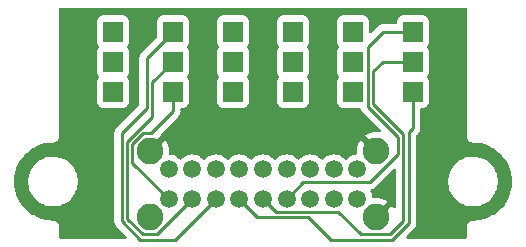
<source format=gbr>
%TF.GenerationSoftware,KiCad,Pcbnew,(6.0.0)*%
%TF.CreationDate,2022-01-24T18:04:17-05:00*%
%TF.ProjectId,3do switch,33646f20-7377-4697-9463-682e6b696361,rev?*%
%TF.SameCoordinates,Original*%
%TF.FileFunction,Copper,L2,Bot*%
%TF.FilePolarity,Positive*%
%FSLAX46Y46*%
G04 Gerber Fmt 4.6, Leading zero omitted, Abs format (unit mm)*
G04 Created by KiCad (PCBNEW (6.0.0)) date 2022-01-24 18:04:17*
%MOMM*%
%LPD*%
G01*
G04 APERTURE LIST*
%TA.AperFunction,ComponentPad*%
%ADD10R,1.700000X1.700000*%
%TD*%
%TA.AperFunction,ComponentPad*%
%ADD11C,1.500000*%
%TD*%
%TA.AperFunction,ComponentPad*%
%ADD12C,2.250000*%
%TD*%
%TA.AperFunction,Conductor*%
%ADD13C,0.250000*%
%TD*%
G04 APERTURE END LIST*
D10*
%TO.P,J7,1,Pin_1*%
%TO.N,Net-(J7-Pad1)*%
X152400000Y-91440000D03*
%TD*%
%TO.P,J2,1,Pin_1*%
%TO.N,Net-(J2-Pad1)*%
X137160000Y-88900000D03*
%TD*%
%TO.P,J18,1,Pin_1*%
%TO.N,Net-(J18-Pad1)*%
X157480000Y-86360000D03*
%TD*%
%TO.P,J8,1,Pin_1*%
%TO.N,Net-(J8-Pad1)*%
X152400000Y-88900000D03*
%TD*%
%TO.P,J10,1,Pin_1*%
%TO.N,Net-(J10-Pad1)*%
X142240000Y-91440000D03*
%TD*%
%TO.P,J6,1,Pin_1*%
%TO.N,Net-(J6-Pad1)*%
X147320000Y-86360000D03*
%TD*%
%TO.P,J3,1,Pin_1*%
%TO.N,Net-(J3-Pad1)*%
X137160000Y-86360000D03*
%TD*%
%TO.P,J9,1,Pin_1*%
%TO.N,Net-(J9-Pad1)*%
X152400000Y-86360000D03*
%TD*%
%TO.P,J15,1,Pin_1*%
%TO.N,Net-(J15-Pad1)*%
X162560000Y-86360000D03*
%TD*%
%TO.P,J16,1,Pin_1*%
%TO.N,Net-(J16-Pad1)*%
X157480000Y-91440000D03*
%TD*%
%TO.P,J17,1,Pin_1*%
%TO.N,Net-(J17-Pad1)*%
X157480000Y-88900000D03*
%TD*%
%TO.P,J5,1,Pin_1*%
%TO.N,Net-(J5-Pad1)*%
X147320000Y-88900000D03*
%TD*%
%TO.P,J1,1,Pin_1*%
%TO.N,Net-(J1-Pad1)*%
X137160000Y-91440000D03*
%TD*%
%TO.P,J14,1,Pin_1*%
%TO.N,Net-(J14-Pad1)*%
X162560000Y-88900000D03*
%TD*%
D11*
%TO.P,S1,1,NC_1*%
%TO.N,Net-(J1-Pad1)*%
X141860000Y-98030000D03*
%TO.P,S1,2,COM_1*%
%TO.N,Net-(J2-Pad1)*%
X143860000Y-98030000D03*
%TO.P,S1,3,NO_1*%
%TO.N,Net-(J3-Pad1)*%
X145860000Y-98030000D03*
%TO.P,S1,4,NC_2*%
%TO.N,Net-(J4-Pad1)*%
X147860000Y-98030000D03*
%TO.P,S1,5,COM_2*%
%TO.N,Net-(J5-Pad1)*%
X149860000Y-98030000D03*
%TO.P,S1,6,NO_2*%
%TO.N,Net-(J6-Pad1)*%
X151860000Y-98030000D03*
%TO.P,S1,7,NC_3*%
%TO.N,Net-(J7-Pad1)*%
X153860000Y-98030000D03*
%TO.P,S1,8,COM_3*%
%TO.N,Net-(J8-Pad1)*%
X155860000Y-98030000D03*
%TO.P,S1,9,NO_3*%
%TO.N,Net-(J9-Pad1)*%
X157860000Y-98030000D03*
%TO.P,S1,10,NC_4*%
%TO.N,Net-(J10-Pad1)*%
X141860000Y-100530000D03*
%TO.P,S1,11,COM_4*%
%TO.N,Net-(J11-Pad1)*%
X143860000Y-100530000D03*
%TO.P,S1,12,NO_4*%
%TO.N,Net-(J12-Pad1)*%
X145860000Y-100530000D03*
%TO.P,S1,13,NC_5*%
%TO.N,Net-(J13-Pad1)*%
X147860000Y-100530000D03*
%TO.P,S1,14,COM_5*%
%TO.N,Net-(J14-Pad1)*%
X149860000Y-100530000D03*
%TO.P,S1,15,NO_5*%
%TO.N,Net-(J15-Pad1)*%
X151860000Y-100530000D03*
%TO.P,S1,16,NC_6*%
%TO.N,Net-(J16-Pad1)*%
X153860000Y-100530000D03*
%TO.P,S1,17,COM_6*%
%TO.N,Net-(J17-Pad1)*%
X155860000Y-100530000D03*
%TO.P,S1,18,NO_6*%
%TO.N,Net-(J18-Pad1)*%
X157860000Y-100530000D03*
D12*
%TO.P,S1,MH1,MH1*%
%TO.N,GND*%
X140260000Y-96480000D03*
%TO.P,S1,MH2,MH2*%
X159460000Y-96480000D03*
%TO.P,S1,MH3,MH3*%
X140260000Y-102080000D03*
%TO.P,S1,MH4,MH4*%
X159460000Y-102080000D03*
%TD*%
D10*
%TO.P,J13,1,Pin_1*%
%TO.N,Net-(J13-Pad1)*%
X162560000Y-91440000D03*
%TD*%
%TO.P,J12,1,Pin_1*%
%TO.N,Net-(J12-Pad1)*%
X142240000Y-86360000D03*
%TD*%
%TO.P,J4,1,Pin_1*%
%TO.N,Net-(J4-Pad1)*%
X147320000Y-91440000D03*
%TD*%
%TO.P,J11,1,Pin_1*%
%TO.N,Net-(J11-Pad1)*%
X142240000Y-88900000D03*
%TD*%
D13*
%TO.N,Net-(J10-Pad1)*%
X138810489Y-97480489D02*
X138810489Y-95879592D01*
X138810489Y-95879592D02*
X139719481Y-94970600D01*
X141860000Y-100530000D02*
X138810489Y-97480489D01*
X142240000Y-93091000D02*
X140360400Y-94970600D01*
X142240000Y-91440000D02*
X142240000Y-93091000D01*
X139719481Y-94970600D02*
X140360400Y-94970600D01*
%TO.N,Net-(J11-Pad1)*%
X143860000Y-100530000D02*
X140860489Y-103529511D01*
X140480763Y-90659237D02*
X142240000Y-88900000D01*
X138360969Y-102230888D02*
X138360969Y-95693394D01*
X138360969Y-95693394D02*
X140480763Y-93573600D01*
X139659592Y-103529511D02*
X138360969Y-102230888D01*
X140860489Y-103529511D02*
X139659592Y-103529511D01*
X140480763Y-93573600D02*
X140480763Y-90659237D01*
%TO.N,Net-(J12-Pad1)*%
X142410969Y-103979031D02*
X139473394Y-103979031D01*
X139473394Y-103979031D02*
X137911449Y-102417086D01*
X145860000Y-100530000D02*
X142410969Y-103979031D01*
X137911449Y-102417086D02*
X137911449Y-94931394D01*
X140031243Y-92811600D02*
X140031243Y-88568757D01*
X137911449Y-94931394D02*
X140031243Y-92811600D01*
X140031243Y-88568757D02*
X142240000Y-86360000D01*
%TO.N,Net-(J13-Pad1)*%
X155595000Y-103979031D02*
X160816687Y-103979031D01*
X149384031Y-102054031D02*
X153670000Y-102054031D01*
X162560000Y-94506644D02*
X162560000Y-91440000D01*
X147860000Y-100530000D02*
X149384031Y-102054031D01*
X160816687Y-103979031D02*
X162189040Y-102606677D01*
X153670000Y-102054031D02*
X155595000Y-103979031D01*
X162189040Y-102606677D02*
X162189040Y-94877604D01*
X162189040Y-94877604D02*
X162560000Y-94506644D01*
%TO.N,Net-(J14-Pad1)*%
X160630489Y-103529511D02*
X161739520Y-102420480D01*
X150934511Y-101604511D02*
X156205489Y-101604511D01*
X149860000Y-100530000D02*
X150934511Y-101604511D01*
X161739520Y-102420480D02*
X161739520Y-95063802D01*
X156205489Y-101604511D02*
X158130489Y-103529511D01*
X159199520Y-92523802D02*
X159199520Y-89720480D01*
X159199520Y-89720480D02*
X160020000Y-88900000D01*
X161739520Y-95063802D02*
X159199520Y-92523802D01*
X158130489Y-103529511D02*
X160630489Y-103529511D01*
X160020000Y-88900000D02*
X162560000Y-88900000D01*
%TO.N,Net-(J15-Pad1)*%
X161290000Y-96699919D02*
X161290000Y-95250000D01*
X151860000Y-100530000D02*
X153285489Y-99104511D01*
X161290000Y-95250000D02*
X158750000Y-92710000D01*
X160020000Y-86360000D02*
X162560000Y-86360000D01*
X158750000Y-87630000D02*
X160020000Y-86360000D01*
X158885408Y-99104511D02*
X161290000Y-96699919D01*
X153285489Y-99104511D02*
X158885408Y-99104511D01*
X158750000Y-92710000D02*
X158750000Y-87630000D01*
%TD*%
%TA.AperFunction,Conductor*%
%TO.N,GND*%
G36*
X167074121Y-84348002D02*
G01*
X167120614Y-84401658D01*
X167132000Y-84454000D01*
X167132000Y-95241298D01*
X167131998Y-95242068D01*
X167131524Y-95319652D01*
X167133990Y-95328281D01*
X167133991Y-95328286D01*
X167139639Y-95348048D01*
X167143217Y-95364809D01*
X167146130Y-95385152D01*
X167146133Y-95385162D01*
X167147405Y-95394045D01*
X167158021Y-95417395D01*
X167164464Y-95434907D01*
X167171512Y-95459565D01*
X167187274Y-95484548D01*
X167195404Y-95499614D01*
X167207633Y-95526510D01*
X167224374Y-95545939D01*
X167235479Y-95560947D01*
X167249160Y-95582631D01*
X167260738Y-95592856D01*
X167271296Y-95602181D01*
X167283340Y-95614373D01*
X167302619Y-95636747D01*
X167310147Y-95641626D01*
X167310150Y-95641629D01*
X167324139Y-95650696D01*
X167339013Y-95661986D01*
X167358228Y-95678956D01*
X167366354Y-95682771D01*
X167366355Y-95682772D01*
X167372021Y-95685432D01*
X167384966Y-95691510D01*
X167399935Y-95699824D01*
X167424727Y-95715893D01*
X167433327Y-95718465D01*
X167449290Y-95723239D01*
X167466736Y-95729901D01*
X167489948Y-95740799D01*
X167519130Y-95745343D01*
X167535849Y-95749126D01*
X167555536Y-95755014D01*
X167555539Y-95755015D01*
X167564141Y-95757587D01*
X167573117Y-95757642D01*
X167573118Y-95757642D01*
X167589785Y-95757744D01*
X167608398Y-95759242D01*
X167624857Y-95761805D01*
X167624861Y-95761805D01*
X167633730Y-95763186D01*
X167652411Y-95760743D01*
X167675342Y-95759852D01*
X167978557Y-95775743D01*
X167991666Y-95777121D01*
X168320002Y-95829124D01*
X168332903Y-95831866D01*
X168654002Y-95917904D01*
X168666536Y-95921976D01*
X168976878Y-96041106D01*
X168988926Y-96046470D01*
X169285120Y-96197388D01*
X169296542Y-96203983D01*
X169575333Y-96385032D01*
X169585990Y-96392775D01*
X169844348Y-96601989D01*
X169854139Y-96610806D01*
X170089194Y-96845861D01*
X170098011Y-96855652D01*
X170307225Y-97114010D01*
X170314966Y-97124665D01*
X170406959Y-97266321D01*
X170496017Y-97403458D01*
X170502612Y-97414880D01*
X170653530Y-97711074D01*
X170658893Y-97723121D01*
X170763220Y-97994898D01*
X170778022Y-98033459D01*
X170782096Y-98045998D01*
X170840971Y-98265722D01*
X170868134Y-98367098D01*
X170870876Y-98379998D01*
X170922879Y-98708331D01*
X170924257Y-98721448D01*
X170941654Y-99053406D01*
X170941654Y-99066594D01*
X170924257Y-99398552D01*
X170922879Y-99411669D01*
X170870876Y-99740002D01*
X170868134Y-99752902D01*
X170795719Y-100023163D01*
X170782098Y-100073997D01*
X170778024Y-100086536D01*
X170659757Y-100394630D01*
X170658894Y-100396878D01*
X170653530Y-100408926D01*
X170502612Y-100705120D01*
X170496017Y-100716542D01*
X170461908Y-100769066D01*
X170314968Y-100995333D01*
X170307225Y-101005990D01*
X170098011Y-101264348D01*
X170089194Y-101274139D01*
X169854139Y-101509194D01*
X169844348Y-101518011D01*
X169585990Y-101727225D01*
X169575335Y-101734966D01*
X169375962Y-101864441D01*
X169296542Y-101916017D01*
X169285120Y-101922612D01*
X168988926Y-102073530D01*
X168976879Y-102078893D01*
X168666536Y-102198024D01*
X168654002Y-102202096D01*
X168426171Y-102263143D01*
X168332902Y-102288134D01*
X168320002Y-102290876D01*
X168020460Y-102338319D01*
X167991669Y-102342879D01*
X167978555Y-102344257D01*
X167682667Y-102359764D01*
X167656688Y-102358436D01*
X167655144Y-102358195D01*
X167655140Y-102358195D01*
X167646270Y-102356814D01*
X167616985Y-102360644D01*
X167599890Y-102361705D01*
X167570348Y-102361524D01*
X167545689Y-102368572D01*
X167527410Y-102372357D01*
X167501984Y-102375682D01*
X167474947Y-102387578D01*
X167458833Y-102393396D01*
X167452791Y-102395122D01*
X167439066Y-102399045D01*
X167439065Y-102399046D01*
X167430435Y-102401512D01*
X167422843Y-102406302D01*
X167422841Y-102406303D01*
X167408753Y-102415192D01*
X167392265Y-102423959D01*
X167381959Y-102428494D01*
X167368793Y-102434287D01*
X167347095Y-102452526D01*
X167346186Y-102453290D01*
X167332358Y-102463393D01*
X167307369Y-102479160D01*
X167301426Y-102485890D01*
X167301425Y-102485890D01*
X167290389Y-102498385D01*
X167277030Y-102511422D01*
X167257404Y-102527920D01*
X167252433Y-102535388D01*
X167252431Y-102535390D01*
X167241040Y-102552503D01*
X167230596Y-102566090D01*
X167211044Y-102588228D01*
X167207231Y-102596350D01*
X167207228Y-102596354D01*
X167200146Y-102611438D01*
X167190982Y-102627702D01*
X167185817Y-102635462D01*
X167176772Y-102649051D01*
X167174095Y-102657618D01*
X167174094Y-102657621D01*
X167167966Y-102677236D01*
X167161753Y-102693213D01*
X167149201Y-102719948D01*
X167147820Y-102728815D01*
X167147820Y-102728816D01*
X167145256Y-102745284D01*
X167141023Y-102763474D01*
X167136801Y-102776989D01*
X167133378Y-102787945D01*
X167133214Y-102796913D01*
X167133213Y-102796916D01*
X167132736Y-102822948D01*
X167132547Y-102826911D01*
X167132000Y-102830423D01*
X167132000Y-102861955D01*
X167131979Y-102864263D01*
X167130711Y-102933435D01*
X167131748Y-102937238D01*
X167132000Y-102941305D01*
X167132000Y-103760000D01*
X167111998Y-103828121D01*
X167058342Y-103874614D01*
X167006000Y-103886000D01*
X162109813Y-103886000D01*
X162041692Y-103865998D01*
X161995199Y-103812342D01*
X161985095Y-103742068D01*
X162014589Y-103677488D01*
X162020717Y-103670905D01*
X162581294Y-103110327D01*
X162589578Y-103102789D01*
X162596058Y-103098677D01*
X162642699Y-103049009D01*
X162645453Y-103046168D01*
X162665175Y-103026446D01*
X162667652Y-103023253D01*
X162675357Y-103014232D01*
X162700199Y-102987777D01*
X162705626Y-102981998D01*
X162709447Y-102975048D01*
X162715386Y-102964245D01*
X162726242Y-102947718D01*
X162733797Y-102937979D01*
X162733798Y-102937977D01*
X162738654Y-102931717D01*
X162756214Y-102891137D01*
X162761431Y-102880489D01*
X162778915Y-102848686D01*
X162778916Y-102848684D01*
X162782735Y-102841737D01*
X162785658Y-102830355D01*
X162787773Y-102822115D01*
X162794177Y-102803411D01*
X162799073Y-102792097D01*
X162799073Y-102792096D01*
X162802221Y-102784822D01*
X162803460Y-102776999D01*
X162803463Y-102776989D01*
X162809139Y-102741153D01*
X162811545Y-102729533D01*
X162820568Y-102694388D01*
X162820568Y-102694387D01*
X162822540Y-102686707D01*
X162822540Y-102666453D01*
X162824091Y-102646742D01*
X162826020Y-102634563D01*
X162827260Y-102626734D01*
X162823099Y-102582715D01*
X162822540Y-102570858D01*
X162822540Y-99192703D01*
X165530743Y-99192703D01*
X165531302Y-99196947D01*
X165531302Y-99196951D01*
X165534210Y-99219036D01*
X165568268Y-99477734D01*
X165644129Y-99755036D01*
X165645813Y-99758984D01*
X165686460Y-99854278D01*
X165756923Y-100019476D01*
X165904561Y-100266161D01*
X166084313Y-100490528D01*
X166292851Y-100688423D01*
X166526317Y-100856186D01*
X166530112Y-100858195D01*
X166530113Y-100858196D01*
X166551869Y-100869715D01*
X166780392Y-100990712D01*
X167050373Y-101089511D01*
X167331264Y-101150755D01*
X167359841Y-101153004D01*
X167554282Y-101168307D01*
X167554291Y-101168307D01*
X167556739Y-101168500D01*
X167712271Y-101168500D01*
X167714407Y-101168354D01*
X167714418Y-101168354D01*
X167922548Y-101154165D01*
X167922554Y-101154164D01*
X167926825Y-101153873D01*
X167931020Y-101153004D01*
X167931022Y-101153004D01*
X168086481Y-101120810D01*
X168208342Y-101095574D01*
X168479343Y-100999607D01*
X168734812Y-100867750D01*
X168738313Y-100865289D01*
X168738317Y-100865287D01*
X168875225Y-100769066D01*
X168970023Y-100702441D01*
X169060255Y-100618592D01*
X169177479Y-100509661D01*
X169177481Y-100509658D01*
X169180622Y-100506740D01*
X169362713Y-100284268D01*
X169512927Y-100039142D01*
X169628483Y-99775898D01*
X169636851Y-99746524D01*
X169706068Y-99503534D01*
X169707244Y-99499406D01*
X169747751Y-99214784D01*
X169747845Y-99196951D01*
X169749235Y-98931583D01*
X169749235Y-98931576D01*
X169749257Y-98927297D01*
X169741037Y-98864856D01*
X169725909Y-98749949D01*
X169711732Y-98642266D01*
X169635871Y-98364964D01*
X169625295Y-98340170D01*
X169524763Y-98104476D01*
X169524761Y-98104472D01*
X169523077Y-98100524D01*
X169375439Y-97853839D01*
X169195687Y-97629472D01*
X168987149Y-97431577D01*
X168753683Y-97263814D01*
X168731843Y-97252250D01*
X168559724Y-97161118D01*
X168499608Y-97129288D01*
X168316421Y-97062251D01*
X168233658Y-97031964D01*
X168233656Y-97031963D01*
X168229627Y-97030489D01*
X167948736Y-96969245D01*
X167917685Y-96966801D01*
X167725718Y-96951693D01*
X167725709Y-96951693D01*
X167723261Y-96951500D01*
X167567729Y-96951500D01*
X167565593Y-96951646D01*
X167565582Y-96951646D01*
X167357452Y-96965835D01*
X167357446Y-96965836D01*
X167353175Y-96966127D01*
X167348980Y-96966996D01*
X167348978Y-96966996D01*
X167212417Y-96995276D01*
X167071658Y-97024426D01*
X166800657Y-97120393D01*
X166545188Y-97252250D01*
X166541687Y-97254711D01*
X166541683Y-97254713D01*
X166525167Y-97266321D01*
X166309977Y-97417559D01*
X166099378Y-97613260D01*
X165917287Y-97835732D01*
X165767073Y-98080858D01*
X165651517Y-98344102D01*
X165650342Y-98348229D01*
X165650341Y-98348230D01*
X165641292Y-98379998D01*
X165572756Y-98620594D01*
X165532249Y-98905216D01*
X165532227Y-98909505D01*
X165532226Y-98909512D01*
X165530765Y-99188417D01*
X165530743Y-99192703D01*
X162822540Y-99192703D01*
X162822540Y-95192198D01*
X162842542Y-95124077D01*
X162859445Y-95103103D01*
X162952247Y-95010301D01*
X162960537Y-95002757D01*
X162967018Y-94998644D01*
X163013659Y-94948976D01*
X163016413Y-94946135D01*
X163036135Y-94926413D01*
X163038612Y-94923220D01*
X163046317Y-94914199D01*
X163076586Y-94881965D01*
X163080407Y-94875015D01*
X163086346Y-94864212D01*
X163097202Y-94847685D01*
X163104757Y-94837946D01*
X163104758Y-94837944D01*
X163109614Y-94831684D01*
X163127174Y-94791104D01*
X163132391Y-94780456D01*
X163149875Y-94748653D01*
X163149876Y-94748651D01*
X163153695Y-94741704D01*
X163158733Y-94722081D01*
X163165137Y-94703378D01*
X163170033Y-94692064D01*
X163170033Y-94692063D01*
X163173181Y-94684789D01*
X163174420Y-94676966D01*
X163174423Y-94676956D01*
X163180099Y-94641120D01*
X163182505Y-94629500D01*
X163191528Y-94594355D01*
X163191528Y-94594354D01*
X163193500Y-94586674D01*
X163193500Y-94566420D01*
X163195051Y-94546709D01*
X163196980Y-94534530D01*
X163198220Y-94526701D01*
X163194059Y-94482682D01*
X163193500Y-94470825D01*
X163193500Y-92924500D01*
X163213502Y-92856379D01*
X163267158Y-92809886D01*
X163319500Y-92798500D01*
X163458134Y-92798500D01*
X163520316Y-92791745D01*
X163656705Y-92740615D01*
X163773261Y-92653261D01*
X163860615Y-92536705D01*
X163911745Y-92400316D01*
X163918500Y-92338134D01*
X163918500Y-90541866D01*
X163911745Y-90479684D01*
X163860615Y-90343295D01*
X163787370Y-90245564D01*
X163762522Y-90179059D01*
X163777575Y-90109676D01*
X163787370Y-90094435D01*
X163855229Y-90003891D01*
X163860615Y-89996705D01*
X163911745Y-89860316D01*
X163918500Y-89798134D01*
X163918500Y-88001866D01*
X163911745Y-87939684D01*
X163860615Y-87803295D01*
X163787370Y-87705564D01*
X163762522Y-87639059D01*
X163777575Y-87569676D01*
X163787370Y-87554435D01*
X163855229Y-87463891D01*
X163860615Y-87456705D01*
X163911745Y-87320316D01*
X163918500Y-87258134D01*
X163918500Y-85461866D01*
X163911745Y-85399684D01*
X163860615Y-85263295D01*
X163773261Y-85146739D01*
X163656705Y-85059385D01*
X163520316Y-85008255D01*
X163458134Y-85001500D01*
X161661866Y-85001500D01*
X161599684Y-85008255D01*
X161463295Y-85059385D01*
X161346739Y-85146739D01*
X161259385Y-85263295D01*
X161208255Y-85399684D01*
X161201500Y-85461866D01*
X161201500Y-85600500D01*
X161181498Y-85668621D01*
X161127842Y-85715114D01*
X161075500Y-85726500D01*
X160098767Y-85726500D01*
X160087584Y-85725973D01*
X160080091Y-85724298D01*
X160072165Y-85724547D01*
X160072164Y-85724547D01*
X160012014Y-85726438D01*
X160008055Y-85726500D01*
X159980144Y-85726500D01*
X159976210Y-85726997D01*
X159976209Y-85726997D01*
X159976144Y-85727005D01*
X159964307Y-85727938D01*
X159932490Y-85728938D01*
X159928029Y-85729078D01*
X159920110Y-85729327D01*
X159902454Y-85734456D01*
X159900658Y-85734978D01*
X159881306Y-85738986D01*
X159874235Y-85739880D01*
X159861203Y-85741526D01*
X159853834Y-85744443D01*
X159853832Y-85744444D01*
X159820097Y-85757800D01*
X159808869Y-85761645D01*
X159766407Y-85773982D01*
X159759585Y-85778016D01*
X159759579Y-85778019D01*
X159748968Y-85784294D01*
X159731218Y-85792990D01*
X159719756Y-85797528D01*
X159719751Y-85797531D01*
X159712383Y-85800448D01*
X159705968Y-85805109D01*
X159676625Y-85826427D01*
X159666707Y-85832943D01*
X159648019Y-85843995D01*
X159628637Y-85855458D01*
X159614313Y-85869782D01*
X159599281Y-85882621D01*
X159582893Y-85894528D01*
X159554712Y-85928593D01*
X159546722Y-85937373D01*
X159053595Y-86430500D01*
X158991283Y-86464526D01*
X158920468Y-86459461D01*
X158863632Y-86416914D01*
X158838821Y-86350394D01*
X158838500Y-86341405D01*
X158838500Y-85461866D01*
X158831745Y-85399684D01*
X158780615Y-85263295D01*
X158693261Y-85146739D01*
X158576705Y-85059385D01*
X158440316Y-85008255D01*
X158378134Y-85001500D01*
X156581866Y-85001500D01*
X156519684Y-85008255D01*
X156383295Y-85059385D01*
X156266739Y-85146739D01*
X156179385Y-85263295D01*
X156128255Y-85399684D01*
X156121500Y-85461866D01*
X156121500Y-87258134D01*
X156128255Y-87320316D01*
X156179385Y-87456705D01*
X156184771Y-87463891D01*
X156252630Y-87554435D01*
X156277478Y-87620941D01*
X156262425Y-87690324D01*
X156252632Y-87705562D01*
X156179385Y-87803295D01*
X156128255Y-87939684D01*
X156121500Y-88001866D01*
X156121500Y-89798134D01*
X156128255Y-89860316D01*
X156179385Y-89996705D01*
X156184771Y-90003891D01*
X156252630Y-90094435D01*
X156277478Y-90160941D01*
X156262425Y-90230324D01*
X156252632Y-90245562D01*
X156179385Y-90343295D01*
X156128255Y-90479684D01*
X156121500Y-90541866D01*
X156121500Y-92338134D01*
X156128255Y-92400316D01*
X156179385Y-92536705D01*
X156266739Y-92653261D01*
X156383295Y-92740615D01*
X156519684Y-92791745D01*
X156581866Y-92798500D01*
X158018064Y-92798500D01*
X158086185Y-92818502D01*
X158135217Y-92878118D01*
X158147805Y-92909913D01*
X158151649Y-92921142D01*
X158163982Y-92963593D01*
X158168015Y-92970412D01*
X158168017Y-92970417D01*
X158174293Y-92981028D01*
X158182988Y-92998776D01*
X158190448Y-93017617D01*
X158195110Y-93024033D01*
X158195110Y-93024034D01*
X158216436Y-93053387D01*
X158222952Y-93063307D01*
X158245458Y-93101362D01*
X158259779Y-93115683D01*
X158272619Y-93130716D01*
X158284528Y-93147107D01*
X158313446Y-93171030D01*
X158318605Y-93175298D01*
X158327384Y-93183288D01*
X159789480Y-94645384D01*
X159823506Y-94707696D01*
X159818441Y-94778511D01*
X159775894Y-94835347D01*
X159709374Y-94860158D01*
X159690499Y-94860091D01*
X159464930Y-94842338D01*
X159455070Y-94842338D01*
X159208687Y-94861729D01*
X159198940Y-94863272D01*
X158958627Y-94920967D01*
X158949242Y-94924016D01*
X158720915Y-95018592D01*
X158712121Y-95023073D01*
X158506072Y-95149340D01*
X158500810Y-95157401D01*
X158506817Y-95167607D01*
X159730115Y-96390905D01*
X159764141Y-96453217D01*
X159759076Y-96524032D01*
X159730115Y-96569095D01*
X159549095Y-96750115D01*
X159486783Y-96784141D01*
X159415968Y-96779076D01*
X159370905Y-96750115D01*
X158149066Y-95528276D01*
X158135529Y-95520884D01*
X158130260Y-95524570D01*
X158003073Y-95732121D01*
X157998592Y-95740915D01*
X157904016Y-95969242D01*
X157900967Y-95978627D01*
X157843272Y-96218940D01*
X157841729Y-96228687D01*
X157822338Y-96475070D01*
X157822338Y-96484930D01*
X157834819Y-96643518D01*
X157820223Y-96712998D01*
X157770380Y-96763558D01*
X157720190Y-96778925D01*
X157640629Y-96785885D01*
X157427924Y-96842880D01*
X157334562Y-96886415D01*
X157233334Y-96933618D01*
X157233329Y-96933621D01*
X157228347Y-96935944D01*
X157223840Y-96939100D01*
X157223838Y-96939101D01*
X157052473Y-97059092D01*
X157052470Y-97059094D01*
X157047962Y-97062251D01*
X156949095Y-97161118D01*
X156886783Y-97195144D01*
X156815968Y-97190079D01*
X156770905Y-97161118D01*
X156672038Y-97062251D01*
X156626678Y-97030489D01*
X156539212Y-96969245D01*
X156491654Y-96935944D01*
X156292076Y-96842880D01*
X156079371Y-96785885D01*
X155860000Y-96766693D01*
X155640629Y-96785885D01*
X155427924Y-96842880D01*
X155334562Y-96886415D01*
X155233334Y-96933618D01*
X155233329Y-96933621D01*
X155228347Y-96935944D01*
X155223840Y-96939100D01*
X155223838Y-96939101D01*
X155052473Y-97059092D01*
X155052470Y-97059094D01*
X155047962Y-97062251D01*
X154949095Y-97161118D01*
X154886783Y-97195144D01*
X154815968Y-97190079D01*
X154770905Y-97161118D01*
X154672038Y-97062251D01*
X154626678Y-97030489D01*
X154539212Y-96969245D01*
X154491654Y-96935944D01*
X154292076Y-96842880D01*
X154079371Y-96785885D01*
X153860000Y-96766693D01*
X153640629Y-96785885D01*
X153427924Y-96842880D01*
X153334562Y-96886415D01*
X153233334Y-96933618D01*
X153233329Y-96933621D01*
X153228347Y-96935944D01*
X153223840Y-96939100D01*
X153223838Y-96939101D01*
X153052473Y-97059092D01*
X153052470Y-97059094D01*
X153047962Y-97062251D01*
X152949095Y-97161118D01*
X152886783Y-97195144D01*
X152815968Y-97190079D01*
X152770905Y-97161118D01*
X152672038Y-97062251D01*
X152626678Y-97030489D01*
X152539212Y-96969245D01*
X152491654Y-96935944D01*
X152292076Y-96842880D01*
X152079371Y-96785885D01*
X151860000Y-96766693D01*
X151640629Y-96785885D01*
X151427924Y-96842880D01*
X151334562Y-96886415D01*
X151233334Y-96933618D01*
X151233329Y-96933621D01*
X151228347Y-96935944D01*
X151223840Y-96939100D01*
X151223838Y-96939101D01*
X151052473Y-97059092D01*
X151052470Y-97059094D01*
X151047962Y-97062251D01*
X150949095Y-97161118D01*
X150886783Y-97195144D01*
X150815968Y-97190079D01*
X150770905Y-97161118D01*
X150672038Y-97062251D01*
X150626678Y-97030489D01*
X150539212Y-96969245D01*
X150491654Y-96935944D01*
X150292076Y-96842880D01*
X150079371Y-96785885D01*
X149860000Y-96766693D01*
X149640629Y-96785885D01*
X149427924Y-96842880D01*
X149334562Y-96886415D01*
X149233334Y-96933618D01*
X149233329Y-96933621D01*
X149228347Y-96935944D01*
X149223840Y-96939100D01*
X149223838Y-96939101D01*
X149052473Y-97059092D01*
X149052470Y-97059094D01*
X149047962Y-97062251D01*
X148949095Y-97161118D01*
X148886783Y-97195144D01*
X148815968Y-97190079D01*
X148770905Y-97161118D01*
X148672038Y-97062251D01*
X148626678Y-97030489D01*
X148539212Y-96969245D01*
X148491654Y-96935944D01*
X148292076Y-96842880D01*
X148079371Y-96785885D01*
X147860000Y-96766693D01*
X147640629Y-96785885D01*
X147427924Y-96842880D01*
X147334562Y-96886415D01*
X147233334Y-96933618D01*
X147233329Y-96933621D01*
X147228347Y-96935944D01*
X147223840Y-96939100D01*
X147223838Y-96939101D01*
X147052473Y-97059092D01*
X147052470Y-97059094D01*
X147047962Y-97062251D01*
X146949095Y-97161118D01*
X146886783Y-97195144D01*
X146815968Y-97190079D01*
X146770905Y-97161118D01*
X146672038Y-97062251D01*
X146626678Y-97030489D01*
X146539212Y-96969245D01*
X146491654Y-96935944D01*
X146292076Y-96842880D01*
X146079371Y-96785885D01*
X145860000Y-96766693D01*
X145640629Y-96785885D01*
X145427924Y-96842880D01*
X145334562Y-96886415D01*
X145233334Y-96933618D01*
X145233329Y-96933621D01*
X145228347Y-96935944D01*
X145223840Y-96939100D01*
X145223838Y-96939101D01*
X145052473Y-97059092D01*
X145052470Y-97059094D01*
X145047962Y-97062251D01*
X144949095Y-97161118D01*
X144886783Y-97195144D01*
X144815968Y-97190079D01*
X144770905Y-97161118D01*
X144672038Y-97062251D01*
X144626678Y-97030489D01*
X144539212Y-96969245D01*
X144491654Y-96935944D01*
X144292076Y-96842880D01*
X144079371Y-96785885D01*
X143860000Y-96766693D01*
X143640629Y-96785885D01*
X143427924Y-96842880D01*
X143334562Y-96886415D01*
X143233334Y-96933618D01*
X143233329Y-96933621D01*
X143228347Y-96935944D01*
X143223840Y-96939100D01*
X143223838Y-96939101D01*
X143052473Y-97059092D01*
X143052470Y-97059094D01*
X143047962Y-97062251D01*
X142949095Y-97161118D01*
X142886783Y-97195144D01*
X142815968Y-97190079D01*
X142770905Y-97161118D01*
X142672038Y-97062251D01*
X142626678Y-97030489D01*
X142539212Y-96969245D01*
X142491654Y-96935944D01*
X142292076Y-96842880D01*
X142079371Y-96785885D01*
X141999811Y-96778925D01*
X141933694Y-96753062D01*
X141892054Y-96695559D01*
X141885181Y-96643518D01*
X141897662Y-96484930D01*
X141897662Y-96475070D01*
X141878271Y-96228687D01*
X141876728Y-96218940D01*
X141819033Y-95978627D01*
X141815984Y-95969242D01*
X141721408Y-95740915D01*
X141716927Y-95732121D01*
X141590660Y-95526072D01*
X141582599Y-95520810D01*
X141572393Y-95526817D01*
X140349095Y-96750115D01*
X140286783Y-96784141D01*
X140215968Y-96779076D01*
X140170905Y-96750115D01*
X139989885Y-96569095D01*
X139955859Y-96506783D01*
X139960924Y-96435968D01*
X139989885Y-96390905D01*
X141211724Y-95169066D01*
X141219116Y-95155529D01*
X141218883Y-95155196D01*
X141196223Y-95087913D01*
X141213536Y-95019060D01*
X141233031Y-94993873D01*
X141735018Y-94491887D01*
X142632253Y-93594652D01*
X142640539Y-93587112D01*
X142647018Y-93583000D01*
X142693644Y-93533348D01*
X142696398Y-93530507D01*
X142716135Y-93510770D01*
X142718615Y-93507573D01*
X142726320Y-93498551D01*
X142751159Y-93472100D01*
X142756586Y-93466321D01*
X142760405Y-93459375D01*
X142760407Y-93459372D01*
X142766348Y-93448566D01*
X142777199Y-93432047D01*
X142784758Y-93422301D01*
X142789614Y-93416041D01*
X142792759Y-93408772D01*
X142792762Y-93408768D01*
X142807174Y-93375463D01*
X142812391Y-93364813D01*
X142833695Y-93326060D01*
X142838733Y-93306437D01*
X142845137Y-93287734D01*
X142850033Y-93276420D01*
X142850033Y-93276419D01*
X142853181Y-93269145D01*
X142854420Y-93261322D01*
X142854423Y-93261312D01*
X142860099Y-93225476D01*
X142862505Y-93213856D01*
X142871528Y-93178711D01*
X142871528Y-93178710D01*
X142873500Y-93171030D01*
X142873500Y-93150776D01*
X142875051Y-93131065D01*
X142876980Y-93118886D01*
X142878220Y-93111057D01*
X142874059Y-93067038D01*
X142873500Y-93055181D01*
X142873500Y-92924500D01*
X142893502Y-92856379D01*
X142947158Y-92809886D01*
X142999500Y-92798500D01*
X143138134Y-92798500D01*
X143200316Y-92791745D01*
X143336705Y-92740615D01*
X143453261Y-92653261D01*
X143540615Y-92536705D01*
X143591745Y-92400316D01*
X143598500Y-92338134D01*
X145961500Y-92338134D01*
X145968255Y-92400316D01*
X146019385Y-92536705D01*
X146106739Y-92653261D01*
X146223295Y-92740615D01*
X146359684Y-92791745D01*
X146421866Y-92798500D01*
X148218134Y-92798500D01*
X148280316Y-92791745D01*
X148416705Y-92740615D01*
X148533261Y-92653261D01*
X148620615Y-92536705D01*
X148671745Y-92400316D01*
X148678500Y-92338134D01*
X151041500Y-92338134D01*
X151048255Y-92400316D01*
X151099385Y-92536705D01*
X151186739Y-92653261D01*
X151303295Y-92740615D01*
X151439684Y-92791745D01*
X151501866Y-92798500D01*
X153298134Y-92798500D01*
X153360316Y-92791745D01*
X153496705Y-92740615D01*
X153613261Y-92653261D01*
X153700615Y-92536705D01*
X153751745Y-92400316D01*
X153758500Y-92338134D01*
X153758500Y-90541866D01*
X153751745Y-90479684D01*
X153700615Y-90343295D01*
X153627370Y-90245564D01*
X153602522Y-90179059D01*
X153617575Y-90109676D01*
X153627370Y-90094435D01*
X153695229Y-90003891D01*
X153700615Y-89996705D01*
X153751745Y-89860316D01*
X153758500Y-89798134D01*
X153758500Y-88001866D01*
X153751745Y-87939684D01*
X153700615Y-87803295D01*
X153627370Y-87705564D01*
X153602522Y-87639059D01*
X153617575Y-87569676D01*
X153627370Y-87554435D01*
X153695229Y-87463891D01*
X153700615Y-87456705D01*
X153751745Y-87320316D01*
X153758500Y-87258134D01*
X153758500Y-85461866D01*
X153751745Y-85399684D01*
X153700615Y-85263295D01*
X153613261Y-85146739D01*
X153496705Y-85059385D01*
X153360316Y-85008255D01*
X153298134Y-85001500D01*
X151501866Y-85001500D01*
X151439684Y-85008255D01*
X151303295Y-85059385D01*
X151186739Y-85146739D01*
X151099385Y-85263295D01*
X151048255Y-85399684D01*
X151041500Y-85461866D01*
X151041500Y-87258134D01*
X151048255Y-87320316D01*
X151099385Y-87456705D01*
X151104771Y-87463891D01*
X151172630Y-87554435D01*
X151197478Y-87620941D01*
X151182425Y-87690324D01*
X151172632Y-87705562D01*
X151099385Y-87803295D01*
X151048255Y-87939684D01*
X151041500Y-88001866D01*
X151041500Y-89798134D01*
X151048255Y-89860316D01*
X151099385Y-89996705D01*
X151104771Y-90003891D01*
X151172630Y-90094435D01*
X151197478Y-90160941D01*
X151182425Y-90230324D01*
X151172632Y-90245562D01*
X151099385Y-90343295D01*
X151048255Y-90479684D01*
X151041500Y-90541866D01*
X151041500Y-92338134D01*
X148678500Y-92338134D01*
X148678500Y-90541866D01*
X148671745Y-90479684D01*
X148620615Y-90343295D01*
X148547370Y-90245564D01*
X148522522Y-90179059D01*
X148537575Y-90109676D01*
X148547370Y-90094435D01*
X148615229Y-90003891D01*
X148620615Y-89996705D01*
X148671745Y-89860316D01*
X148678500Y-89798134D01*
X148678500Y-88001866D01*
X148671745Y-87939684D01*
X148620615Y-87803295D01*
X148547370Y-87705564D01*
X148522522Y-87639059D01*
X148537575Y-87569676D01*
X148547370Y-87554435D01*
X148615229Y-87463891D01*
X148620615Y-87456705D01*
X148671745Y-87320316D01*
X148678500Y-87258134D01*
X148678500Y-85461866D01*
X148671745Y-85399684D01*
X148620615Y-85263295D01*
X148533261Y-85146739D01*
X148416705Y-85059385D01*
X148280316Y-85008255D01*
X148218134Y-85001500D01*
X146421866Y-85001500D01*
X146359684Y-85008255D01*
X146223295Y-85059385D01*
X146106739Y-85146739D01*
X146019385Y-85263295D01*
X145968255Y-85399684D01*
X145961500Y-85461866D01*
X145961500Y-87258134D01*
X145968255Y-87320316D01*
X146019385Y-87456705D01*
X146024771Y-87463891D01*
X146092630Y-87554435D01*
X146117478Y-87620941D01*
X146102425Y-87690324D01*
X146092632Y-87705562D01*
X146019385Y-87803295D01*
X145968255Y-87939684D01*
X145961500Y-88001866D01*
X145961500Y-89798134D01*
X145968255Y-89860316D01*
X146019385Y-89996705D01*
X146024771Y-90003891D01*
X146092630Y-90094435D01*
X146117478Y-90160941D01*
X146102425Y-90230324D01*
X146092632Y-90245562D01*
X146019385Y-90343295D01*
X145968255Y-90479684D01*
X145961500Y-90541866D01*
X145961500Y-92338134D01*
X143598500Y-92338134D01*
X143598500Y-90541866D01*
X143591745Y-90479684D01*
X143540615Y-90343295D01*
X143467370Y-90245564D01*
X143442522Y-90179059D01*
X143457575Y-90109676D01*
X143467370Y-90094435D01*
X143535229Y-90003891D01*
X143540615Y-89996705D01*
X143591745Y-89860316D01*
X143598500Y-89798134D01*
X143598500Y-88001866D01*
X143591745Y-87939684D01*
X143540615Y-87803295D01*
X143467370Y-87705564D01*
X143442522Y-87639059D01*
X143457575Y-87569676D01*
X143467370Y-87554435D01*
X143535229Y-87463891D01*
X143540615Y-87456705D01*
X143591745Y-87320316D01*
X143598500Y-87258134D01*
X143598500Y-85461866D01*
X143591745Y-85399684D01*
X143540615Y-85263295D01*
X143453261Y-85146739D01*
X143336705Y-85059385D01*
X143200316Y-85008255D01*
X143138134Y-85001500D01*
X141341866Y-85001500D01*
X141279684Y-85008255D01*
X141143295Y-85059385D01*
X141026739Y-85146739D01*
X140939385Y-85263295D01*
X140888255Y-85399684D01*
X140881500Y-85461866D01*
X140881500Y-86770406D01*
X140861498Y-86838527D01*
X140844595Y-86859501D01*
X140240204Y-87463891D01*
X139638990Y-88065105D01*
X139630704Y-88072645D01*
X139624225Y-88076757D01*
X139618800Y-88082534D01*
X139577600Y-88126408D01*
X139574845Y-88129250D01*
X139555108Y-88148987D01*
X139552628Y-88152184D01*
X139544925Y-88161204D01*
X139514657Y-88193436D01*
X139510838Y-88200382D01*
X139510836Y-88200385D01*
X139504895Y-88211191D01*
X139494044Y-88227710D01*
X139481629Y-88243716D01*
X139478484Y-88250985D01*
X139478481Y-88250989D01*
X139464069Y-88284294D01*
X139458852Y-88294944D01*
X139437548Y-88333697D01*
X139435577Y-88341372D01*
X139435577Y-88341373D01*
X139432510Y-88353319D01*
X139426106Y-88372023D01*
X139418062Y-88390612D01*
X139416823Y-88398435D01*
X139416820Y-88398445D01*
X139411144Y-88434281D01*
X139408738Y-88445901D01*
X139397743Y-88488727D01*
X139397743Y-88508981D01*
X139396192Y-88528691D01*
X139393023Y-88548700D01*
X139393769Y-88556592D01*
X139397184Y-88592718D01*
X139397743Y-88604576D01*
X139397743Y-92497005D01*
X139377741Y-92565126D01*
X139360838Y-92586100D01*
X137519196Y-94427742D01*
X137510910Y-94435282D01*
X137504431Y-94439394D01*
X137499006Y-94445171D01*
X137457806Y-94489045D01*
X137455051Y-94491887D01*
X137435314Y-94511624D01*
X137432834Y-94514821D01*
X137425131Y-94523841D01*
X137394863Y-94556073D01*
X137391044Y-94563019D01*
X137391042Y-94563022D01*
X137385101Y-94573828D01*
X137374250Y-94590347D01*
X137361835Y-94606353D01*
X137358690Y-94613622D01*
X137358687Y-94613626D01*
X137344275Y-94646931D01*
X137339058Y-94657581D01*
X137317754Y-94696334D01*
X137315783Y-94704009D01*
X137315783Y-94704010D01*
X137312716Y-94715956D01*
X137306312Y-94734660D01*
X137298268Y-94753249D01*
X137297029Y-94761072D01*
X137297026Y-94761082D01*
X137291350Y-94796918D01*
X137288944Y-94808538D01*
X137277949Y-94851364D01*
X137277949Y-94871618D01*
X137276398Y-94891328D01*
X137273229Y-94911337D01*
X137273975Y-94919229D01*
X137277390Y-94955355D01*
X137277949Y-94967213D01*
X137277949Y-102338319D01*
X137277422Y-102349502D01*
X137275747Y-102356995D01*
X137275996Y-102364921D01*
X137275996Y-102364922D01*
X137277887Y-102425072D01*
X137277949Y-102429031D01*
X137277949Y-102456942D01*
X137278446Y-102460876D01*
X137278446Y-102460877D01*
X137278454Y-102460942D01*
X137279387Y-102472779D01*
X137280776Y-102516975D01*
X137286126Y-102535390D01*
X137286427Y-102536425D01*
X137290436Y-102555786D01*
X137292975Y-102575883D01*
X137295894Y-102583254D01*
X137295894Y-102583256D01*
X137309253Y-102616998D01*
X137313098Y-102628228D01*
X137319336Y-102649699D01*
X137325431Y-102670679D01*
X137329464Y-102677498D01*
X137329466Y-102677503D01*
X137335742Y-102688114D01*
X137344437Y-102705862D01*
X137351897Y-102724703D01*
X137356559Y-102731119D01*
X137356559Y-102731120D01*
X137377885Y-102760473D01*
X137384401Y-102770393D01*
X137402117Y-102800348D01*
X137406907Y-102808448D01*
X137421228Y-102822769D01*
X137434068Y-102837802D01*
X137445977Y-102854193D01*
X137475068Y-102878259D01*
X137480054Y-102882384D01*
X137488823Y-102890364D01*
X138269365Y-103670907D01*
X138303389Y-103733217D01*
X138298324Y-103804033D01*
X138255777Y-103860868D01*
X138189257Y-103885679D01*
X138180268Y-103886000D01*
X132714000Y-103886000D01*
X132645879Y-103865998D01*
X132599386Y-103812342D01*
X132588000Y-103760000D01*
X132588000Y-102878702D01*
X132588002Y-102877932D01*
X132588007Y-102877078D01*
X132588476Y-102800348D01*
X132586010Y-102791719D01*
X132586009Y-102791714D01*
X132580361Y-102771952D01*
X132576783Y-102755191D01*
X132573870Y-102734848D01*
X132573867Y-102734838D01*
X132572595Y-102725955D01*
X132561979Y-102702605D01*
X132555536Y-102685093D01*
X132550954Y-102669063D01*
X132548488Y-102660435D01*
X132532726Y-102635452D01*
X132524596Y-102620386D01*
X132512367Y-102593490D01*
X132495626Y-102574061D01*
X132484521Y-102559053D01*
X132475630Y-102544961D01*
X132470840Y-102537369D01*
X132448703Y-102517818D01*
X132436659Y-102505626D01*
X132436464Y-102505399D01*
X132417381Y-102483253D01*
X132409853Y-102478374D01*
X132409850Y-102478371D01*
X132395861Y-102469304D01*
X132380987Y-102458014D01*
X132368502Y-102446988D01*
X132361772Y-102441044D01*
X132353646Y-102437229D01*
X132353645Y-102437228D01*
X132347979Y-102434568D01*
X132335034Y-102428490D01*
X132320065Y-102420176D01*
X132295273Y-102404107D01*
X132270709Y-102396761D01*
X132253264Y-102390099D01*
X132247892Y-102387577D01*
X132230052Y-102379201D01*
X132200870Y-102374657D01*
X132184151Y-102370874D01*
X132164464Y-102364986D01*
X132164461Y-102364985D01*
X132155859Y-102362413D01*
X132146883Y-102362358D01*
X132146882Y-102362358D01*
X132130215Y-102362256D01*
X132111602Y-102360758D01*
X132095143Y-102358195D01*
X132095139Y-102358195D01*
X132086270Y-102356814D01*
X132067589Y-102359257D01*
X132044658Y-102360148D01*
X131741443Y-102344257D01*
X131728334Y-102342879D01*
X131399998Y-102290876D01*
X131387098Y-102288134D01*
X131293829Y-102263143D01*
X131065998Y-102202096D01*
X131053464Y-102198024D01*
X130743121Y-102078893D01*
X130731074Y-102073530D01*
X130434880Y-101922612D01*
X130423458Y-101916017D01*
X130344038Y-101864441D01*
X130144665Y-101734966D01*
X130134010Y-101727225D01*
X129875652Y-101518011D01*
X129865861Y-101509194D01*
X129630806Y-101274139D01*
X129621989Y-101264348D01*
X129412775Y-101005990D01*
X129405032Y-100995333D01*
X129258093Y-100769066D01*
X129223983Y-100716542D01*
X129217388Y-100705120D01*
X129066470Y-100408926D01*
X129061106Y-100396878D01*
X129060243Y-100394630D01*
X128941976Y-100086536D01*
X128937902Y-100073997D01*
X128924282Y-100023163D01*
X128851866Y-99752902D01*
X128849124Y-99740002D01*
X128797121Y-99411669D01*
X128795743Y-99398552D01*
X128784955Y-99192703D01*
X129970743Y-99192703D01*
X129971302Y-99196947D01*
X129971302Y-99196951D01*
X129974210Y-99219036D01*
X130008268Y-99477734D01*
X130084129Y-99755036D01*
X130085813Y-99758984D01*
X130126460Y-99854278D01*
X130196923Y-100019476D01*
X130344561Y-100266161D01*
X130524313Y-100490528D01*
X130732851Y-100688423D01*
X130966317Y-100856186D01*
X130970112Y-100858195D01*
X130970113Y-100858196D01*
X130991869Y-100869715D01*
X131220392Y-100990712D01*
X131490373Y-101089511D01*
X131771264Y-101150755D01*
X131799841Y-101153004D01*
X131994282Y-101168307D01*
X131994291Y-101168307D01*
X131996739Y-101168500D01*
X132152271Y-101168500D01*
X132154407Y-101168354D01*
X132154418Y-101168354D01*
X132362548Y-101154165D01*
X132362554Y-101154164D01*
X132366825Y-101153873D01*
X132371020Y-101153004D01*
X132371022Y-101153004D01*
X132526481Y-101120810D01*
X132648342Y-101095574D01*
X132919343Y-100999607D01*
X133174812Y-100867750D01*
X133178313Y-100865289D01*
X133178317Y-100865287D01*
X133315225Y-100769066D01*
X133410023Y-100702441D01*
X133500255Y-100618592D01*
X133617479Y-100509661D01*
X133617481Y-100509658D01*
X133620622Y-100506740D01*
X133802713Y-100284268D01*
X133952927Y-100039142D01*
X134068483Y-99775898D01*
X134076851Y-99746524D01*
X134146068Y-99503534D01*
X134147244Y-99499406D01*
X134187751Y-99214784D01*
X134187845Y-99196951D01*
X134189235Y-98931583D01*
X134189235Y-98931576D01*
X134189257Y-98927297D01*
X134181037Y-98864856D01*
X134165909Y-98749949D01*
X134151732Y-98642266D01*
X134075871Y-98364964D01*
X134065295Y-98340170D01*
X133964763Y-98104476D01*
X133964761Y-98104472D01*
X133963077Y-98100524D01*
X133815439Y-97853839D01*
X133635687Y-97629472D01*
X133427149Y-97431577D01*
X133193683Y-97263814D01*
X133171843Y-97252250D01*
X132999724Y-97161118D01*
X132939608Y-97129288D01*
X132756421Y-97062251D01*
X132673658Y-97031964D01*
X132673656Y-97031963D01*
X132669627Y-97030489D01*
X132388736Y-96969245D01*
X132357685Y-96966801D01*
X132165718Y-96951693D01*
X132165709Y-96951693D01*
X132163261Y-96951500D01*
X132007729Y-96951500D01*
X132005593Y-96951646D01*
X132005582Y-96951646D01*
X131797452Y-96965835D01*
X131797446Y-96965836D01*
X131793175Y-96966127D01*
X131788980Y-96966996D01*
X131788978Y-96966996D01*
X131652417Y-96995276D01*
X131511658Y-97024426D01*
X131240657Y-97120393D01*
X130985188Y-97252250D01*
X130981687Y-97254711D01*
X130981683Y-97254713D01*
X130965167Y-97266321D01*
X130749977Y-97417559D01*
X130539378Y-97613260D01*
X130357287Y-97835732D01*
X130207073Y-98080858D01*
X130091517Y-98344102D01*
X130090342Y-98348229D01*
X130090341Y-98348230D01*
X130081292Y-98379998D01*
X130012756Y-98620594D01*
X129972249Y-98905216D01*
X129972227Y-98909505D01*
X129972226Y-98909512D01*
X129970765Y-99188417D01*
X129970743Y-99192703D01*
X128784955Y-99192703D01*
X128778346Y-99066594D01*
X128778346Y-99053406D01*
X128795743Y-98721448D01*
X128797121Y-98708331D01*
X128849124Y-98379998D01*
X128851866Y-98367098D01*
X128879029Y-98265722D01*
X128937904Y-98045998D01*
X128941978Y-98033459D01*
X128956781Y-97994898D01*
X129061107Y-97723121D01*
X129066470Y-97711074D01*
X129217388Y-97414880D01*
X129223983Y-97403458D01*
X129313041Y-97266321D01*
X129405034Y-97124665D01*
X129412775Y-97114010D01*
X129621989Y-96855652D01*
X129630806Y-96845861D01*
X129865861Y-96610806D01*
X129875652Y-96601989D01*
X130134010Y-96392775D01*
X130144667Y-96385032D01*
X130423458Y-96203983D01*
X130434880Y-96197388D01*
X130731074Y-96046470D01*
X130743122Y-96041106D01*
X131053464Y-95921976D01*
X131065998Y-95917904D01*
X131387097Y-95831866D01*
X131399998Y-95829124D01*
X131728331Y-95777121D01*
X131741445Y-95775743D01*
X132037333Y-95760236D01*
X132063312Y-95761564D01*
X132064856Y-95761805D01*
X132064860Y-95761805D01*
X132073730Y-95763186D01*
X132103015Y-95759356D01*
X132120110Y-95758295D01*
X132149652Y-95758476D01*
X132174311Y-95751428D01*
X132192590Y-95747643D01*
X132218016Y-95744318D01*
X132245053Y-95732422D01*
X132261168Y-95726604D01*
X132263555Y-95725922D01*
X132272942Y-95723239D01*
X132280934Y-95720955D01*
X132280935Y-95720954D01*
X132289565Y-95718488D01*
X132297157Y-95713698D01*
X132297159Y-95713697D01*
X132311247Y-95704808D01*
X132327735Y-95696041D01*
X132342987Y-95689330D01*
X132342988Y-95689330D01*
X132351207Y-95685713D01*
X132373814Y-95666710D01*
X132387642Y-95656607D01*
X132412631Y-95640840D01*
X132422250Y-95629949D01*
X132429611Y-95621615D01*
X132442971Y-95608577D01*
X132455727Y-95597854D01*
X132462596Y-95592080D01*
X132478961Y-95567496D01*
X132489407Y-95553907D01*
X132508956Y-95531772D01*
X132512769Y-95523650D01*
X132512772Y-95523646D01*
X132519854Y-95508562D01*
X132529018Y-95492298D01*
X132538253Y-95478423D01*
X132543228Y-95470949D01*
X132549481Y-95450937D01*
X132552034Y-95442764D01*
X132558247Y-95426787D01*
X132566984Y-95408178D01*
X132566984Y-95408177D01*
X132570799Y-95400052D01*
X132574745Y-95374714D01*
X132578977Y-95356526D01*
X132583947Y-95340619D01*
X132583948Y-95340616D01*
X132586622Y-95332055D01*
X132586850Y-95319652D01*
X132587264Y-95297052D01*
X132587453Y-95293089D01*
X132588000Y-95289577D01*
X132588000Y-95258045D01*
X132588021Y-95255736D01*
X132589289Y-95186565D01*
X132588252Y-95182762D01*
X132588000Y-95178695D01*
X132588000Y-92338134D01*
X135801500Y-92338134D01*
X135808255Y-92400316D01*
X135859385Y-92536705D01*
X135946739Y-92653261D01*
X136063295Y-92740615D01*
X136199684Y-92791745D01*
X136261866Y-92798500D01*
X138058134Y-92798500D01*
X138120316Y-92791745D01*
X138256705Y-92740615D01*
X138373261Y-92653261D01*
X138460615Y-92536705D01*
X138511745Y-92400316D01*
X138518500Y-92338134D01*
X138518500Y-90541866D01*
X138511745Y-90479684D01*
X138460615Y-90343295D01*
X138387370Y-90245564D01*
X138362522Y-90179059D01*
X138377575Y-90109676D01*
X138387370Y-90094435D01*
X138455229Y-90003891D01*
X138460615Y-89996705D01*
X138511745Y-89860316D01*
X138518500Y-89798134D01*
X138518500Y-88001866D01*
X138511745Y-87939684D01*
X138460615Y-87803295D01*
X138387370Y-87705564D01*
X138362522Y-87639059D01*
X138377575Y-87569676D01*
X138387370Y-87554435D01*
X138455229Y-87463891D01*
X138460615Y-87456705D01*
X138511745Y-87320316D01*
X138518500Y-87258134D01*
X138518500Y-85461866D01*
X138511745Y-85399684D01*
X138460615Y-85263295D01*
X138373261Y-85146739D01*
X138256705Y-85059385D01*
X138120316Y-85008255D01*
X138058134Y-85001500D01*
X136261866Y-85001500D01*
X136199684Y-85008255D01*
X136063295Y-85059385D01*
X135946739Y-85146739D01*
X135859385Y-85263295D01*
X135808255Y-85399684D01*
X135801500Y-85461866D01*
X135801500Y-87258134D01*
X135808255Y-87320316D01*
X135859385Y-87456705D01*
X135864771Y-87463891D01*
X135932630Y-87554435D01*
X135957478Y-87620941D01*
X135942425Y-87690324D01*
X135932632Y-87705562D01*
X135859385Y-87803295D01*
X135808255Y-87939684D01*
X135801500Y-88001866D01*
X135801500Y-89798134D01*
X135808255Y-89860316D01*
X135859385Y-89996705D01*
X135864771Y-90003891D01*
X135932630Y-90094435D01*
X135957478Y-90160941D01*
X135942425Y-90230324D01*
X135932632Y-90245562D01*
X135859385Y-90343295D01*
X135808255Y-90479684D01*
X135801500Y-90541866D01*
X135801500Y-92338134D01*
X132588000Y-92338134D01*
X132588000Y-84454000D01*
X132608002Y-84385879D01*
X132661658Y-84339386D01*
X132714000Y-84328000D01*
X167006000Y-84328000D01*
X167074121Y-84348002D01*
G37*
%TD.AperFunction*%
%TA.AperFunction,Conductor*%
G36*
X161024052Y-97965937D02*
G01*
X161080888Y-98008484D01*
X161105699Y-98075004D01*
X161106020Y-98083993D01*
X161106020Y-101193930D01*
X161086018Y-101262051D01*
X161032362Y-101308544D01*
X160962088Y-101318648D01*
X160897508Y-101289154D01*
X160872587Y-101259765D01*
X160790660Y-101126072D01*
X160782599Y-101120810D01*
X160772393Y-101126817D01*
X159549095Y-102350115D01*
X159486783Y-102384141D01*
X159415968Y-102379076D01*
X159370905Y-102350115D01*
X159189885Y-102169095D01*
X159155859Y-102106783D01*
X159160924Y-102035968D01*
X159189885Y-101990905D01*
X160411724Y-100769066D01*
X160419116Y-100755529D01*
X160415430Y-100750260D01*
X160207879Y-100623073D01*
X160199085Y-100618592D01*
X159970758Y-100524016D01*
X159961373Y-100520967D01*
X159721060Y-100463272D01*
X159711313Y-100461729D01*
X159464930Y-100442338D01*
X159455070Y-100442338D01*
X159242480Y-100459069D01*
X159173000Y-100444473D01*
X159122440Y-100394630D01*
X159107073Y-100344439D01*
X159104594Y-100316105D01*
X159104115Y-100310629D01*
X159047120Y-100097924D01*
X158954379Y-99899039D01*
X158943718Y-99828847D01*
X158972698Y-99764034D01*
X159037006Y-99723895D01*
X159044205Y-99722985D01*
X159051573Y-99720068D01*
X159051576Y-99720067D01*
X159085320Y-99706707D01*
X159096550Y-99702862D01*
X159131391Y-99692740D01*
X159131392Y-99692740D01*
X159139001Y-99690529D01*
X159145820Y-99686496D01*
X159145825Y-99686494D01*
X159156436Y-99680218D01*
X159174184Y-99671523D01*
X159193025Y-99664063D01*
X159228795Y-99638075D01*
X159238715Y-99631559D01*
X159269943Y-99613091D01*
X159269946Y-99613089D01*
X159276770Y-99609053D01*
X159291091Y-99594732D01*
X159306125Y-99581891D01*
X159316102Y-99574642D01*
X159322515Y-99569983D01*
X159350706Y-99535906D01*
X159358696Y-99527127D01*
X160890925Y-97994898D01*
X160953237Y-97960872D01*
X161024052Y-97965937D01*
G37*
%TD.AperFunction*%
%TD*%
M02*

</source>
